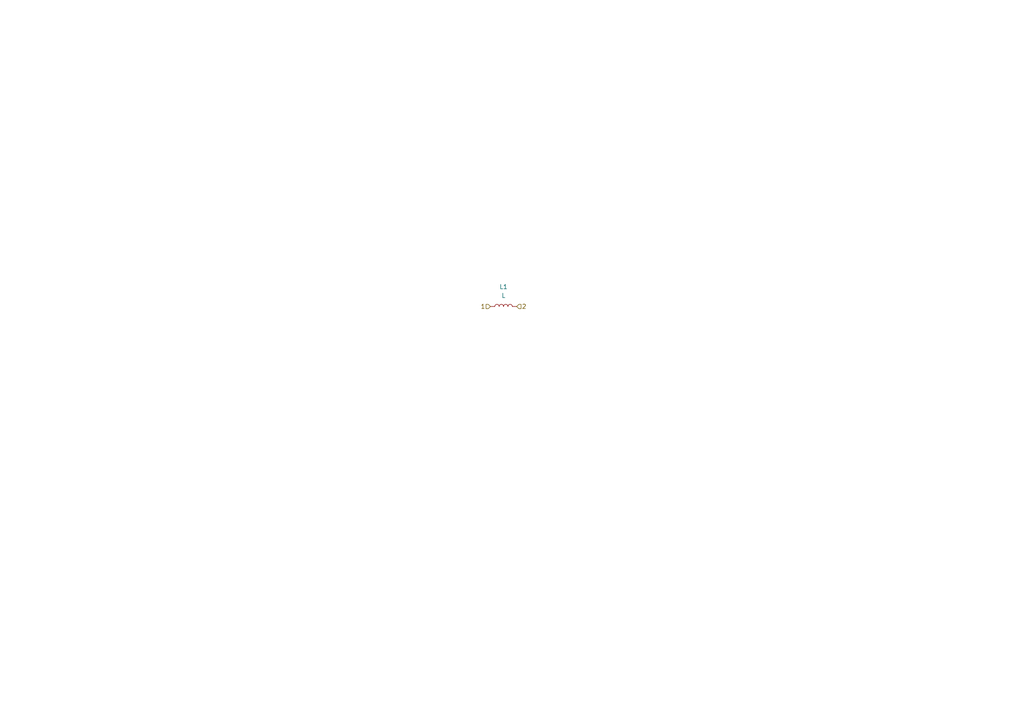
<source format=kicad_sch>
(kicad_sch (version 20211123) (generator eeschema)
  (paper "A4")
  (lib_symbols
    (symbol "Device:L" (pin_numbers hide) (pin_names (offset 1.016) hide)
      (property "Reference" "L" (at -1.27 0 90))
      (property "Value" "L" (at 1.905 0 90))
      (symbol "L_0_1"
        (arc (start 0 -2.54) (mid 0.635 -1.905) (end 0 -1.27))
        (arc (start 0 -1.27) (mid 0.635 -0.635) (end 0 0))
        (arc (start 0 0) (mid 0.635 0.635) (end 0 1.27))
        (arc (start 0 1.27) (mid 0.635 1.905) (end 0 2.54))
      )
      (symbol "L_1_1"
        (pin passive line (at 0 3.81 270) (length 1.27) (name "1") (number "1"))
        (pin passive line (at 0 -3.81 90) (length 1.27) (name "2") (number "2"))
      )
    )
  )
  (hierarchical_label "1" (shape input) (at 142.24 88.9 180))
  (hierarchical_label "2" (shape input) (at 149.86 88.9 0))
  (symbol (lib_id "Device:L") (at 146.05 88.9 90) (unit 1)
    (property "Reference" "L1" (at 146.05 83.185 90))
    (property "Value" "L" (at 146.05 85.725 90))
  )
)
</source>
